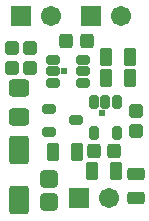
<source format=gts>
G04 Layer_Color=8388736*
%FSLAX44Y44*%
%MOMM*%
G71*
G01*
G75*
G04:AMPARAMS|DCode=27|XSize=1.5032mm|YSize=1.0032mm|CornerRadius=0.2016mm|HoleSize=0mm|Usage=FLASHONLY|Rotation=90.000|XOffset=0mm|YOffset=0mm|HoleType=Round|Shape=RoundedRectangle|*
%AMROUNDEDRECTD27*
21,1,1.5032,0.6000,0,0,90.0*
21,1,1.1000,1.0032,0,0,90.0*
1,1,0.4032,0.3000,0.5500*
1,1,0.4032,0.3000,-0.5500*
1,1,0.4032,-0.3000,-0.5500*
1,1,0.4032,-0.3000,0.5500*
%
%ADD27ROUNDEDRECTD27*%
G04:AMPARAMS|DCode=28|XSize=0.8032mm|YSize=1.2032mm|CornerRadius=0.1766mm|HoleSize=0mm|Usage=FLASHONLY|Rotation=270.000|XOffset=0mm|YOffset=0mm|HoleType=Round|Shape=RoundedRectangle|*
%AMROUNDEDRECTD28*
21,1,0.8032,0.8500,0,0,270.0*
21,1,0.4500,1.2032,0,0,270.0*
1,1,0.3532,-0.4250,-0.2250*
1,1,0.3532,-0.4250,0.2250*
1,1,0.3532,0.4250,0.2250*
1,1,0.3532,0.4250,-0.2250*
%
%ADD28ROUNDEDRECTD28*%
G04:AMPARAMS|DCode=29|XSize=1.4732mm|YSize=1.4732mm|CornerRadius=0.2604mm|HoleSize=0mm|Usage=FLASHONLY|Rotation=90.000|XOffset=0mm|YOffset=0mm|HoleType=Round|Shape=RoundedRectangle|*
%AMROUNDEDRECTD29*
21,1,1.4732,0.9525,0,0,90.0*
21,1,0.9525,1.4732,0,0,90.0*
1,1,0.5207,0.4763,0.4763*
1,1,0.5207,0.4763,-0.4763*
1,1,0.5207,-0.4763,-0.4763*
1,1,0.5207,-0.4763,0.4763*
%
%ADD29ROUNDEDRECTD29*%
G04:AMPARAMS|DCode=30|XSize=1.2032mm|YSize=1.1032mm|CornerRadius=0.2141mm|HoleSize=0mm|Usage=FLASHONLY|Rotation=90.000|XOffset=0mm|YOffset=0mm|HoleType=Round|Shape=RoundedRectangle|*
%AMROUNDEDRECTD30*
21,1,1.2032,0.6750,0,0,90.0*
21,1,0.7750,1.1032,0,0,90.0*
1,1,0.4282,0.3375,0.3875*
1,1,0.4282,0.3375,-0.3875*
1,1,0.4282,-0.3375,-0.3875*
1,1,0.4282,-0.3375,0.3875*
%
%ADD30ROUNDEDRECTD30*%
G04:AMPARAMS|DCode=31|XSize=1.2032mm|YSize=1.1032mm|CornerRadius=0.2141mm|HoleSize=0mm|Usage=FLASHONLY|Rotation=0.000|XOffset=0mm|YOffset=0mm|HoleType=Round|Shape=RoundedRectangle|*
%AMROUNDEDRECTD31*
21,1,1.2032,0.6750,0,0,0.0*
21,1,0.7750,1.1032,0,0,0.0*
1,1,0.4282,0.3875,-0.3375*
1,1,0.4282,-0.3875,-0.3375*
1,1,0.4282,-0.3875,0.3375*
1,1,0.4282,0.3875,0.3375*
%
%ADD31ROUNDEDRECTD31*%
G04:AMPARAMS|DCode=32|XSize=0.8032mm|YSize=1.2032mm|CornerRadius=0.1766mm|HoleSize=0mm|Usage=FLASHONLY|Rotation=180.000|XOffset=0mm|YOffset=0mm|HoleType=Round|Shape=RoundedRectangle|*
%AMROUNDEDRECTD32*
21,1,0.8032,0.8500,0,0,180.0*
21,1,0.4500,1.2032,0,0,180.0*
1,1,0.3532,-0.2250,0.4250*
1,1,0.3532,0.2250,0.4250*
1,1,0.3532,0.2250,-0.4250*
1,1,0.3532,-0.2250,-0.4250*
%
%ADD32ROUNDEDRECTD32*%
G04:AMPARAMS|DCode=33|XSize=1.5032mm|YSize=1.0032mm|CornerRadius=0.2016mm|HoleSize=0mm|Usage=FLASHONLY|Rotation=0.000|XOffset=0mm|YOffset=0mm|HoleType=Round|Shape=RoundedRectangle|*
%AMROUNDEDRECTD33*
21,1,1.5032,0.6000,0,0,0.0*
21,1,1.1000,1.0032,0,0,0.0*
1,1,0.4032,0.5500,-0.3000*
1,1,0.4032,-0.5500,-0.3000*
1,1,0.4032,-0.5500,0.3000*
1,1,0.4032,0.5500,0.3000*
%
%ADD33ROUNDEDRECTD33*%
G04:AMPARAMS|DCode=34|XSize=1.6532mm|YSize=1.4532mm|CornerRadius=0.2266mm|HoleSize=0mm|Usage=FLASHONLY|Rotation=180.000|XOffset=0mm|YOffset=0mm|HoleType=Round|Shape=RoundedRectangle|*
%AMROUNDEDRECTD34*
21,1,1.6532,1.0000,0,0,180.0*
21,1,1.2000,1.4532,0,0,180.0*
1,1,0.4532,-0.6000,0.5000*
1,1,0.4532,0.6000,0.5000*
1,1,0.4532,0.6000,-0.5000*
1,1,0.4532,-0.6000,-0.5000*
%
%ADD34ROUNDEDRECTD34*%
G04:AMPARAMS|DCode=35|XSize=2.4032mm|YSize=1.7032mm|CornerRadius=0.2891mm|HoleSize=0mm|Usage=FLASHONLY|Rotation=90.000|XOffset=0mm|YOffset=0mm|HoleType=Round|Shape=RoundedRectangle|*
%AMROUNDEDRECTD35*
21,1,2.4032,1.1250,0,0,90.0*
21,1,1.8250,1.7032,0,0,90.0*
1,1,0.5782,0.5625,0.9125*
1,1,0.5782,0.5625,-0.9125*
1,1,0.5782,-0.5625,-0.9125*
1,1,0.5782,-0.5625,0.9125*
%
%ADD35ROUNDEDRECTD35*%
%ADD36R,1.7032X1.7032*%
%ADD37C,1.7032*%
%ADD38C,0.6032*%
D27*
X838000Y584250D02*
D03*
X818000D02*
D03*
X849500Y681000D02*
D03*
X829500D02*
D03*
X849500Y662750D02*
D03*
X829500D02*
D03*
X804750Y600000D02*
D03*
X784750D02*
D03*
D28*
X804000Y627000D02*
D03*
X781000Y617500D02*
D03*
Y636500D02*
D03*
X810250Y668500D02*
D03*
Y659000D02*
D03*
X784250Y678000D02*
D03*
Y668500D02*
D03*
Y659000D02*
D03*
X810250Y678000D02*
D03*
D29*
X781500Y577025D02*
D03*
Y557975D02*
D03*
D30*
X819500Y601000D02*
D03*
X836500D02*
D03*
X813000Y694000D02*
D03*
X796000D02*
D03*
D31*
X765250Y688500D02*
D03*
Y671500D02*
D03*
X750000Y688500D02*
D03*
Y671500D02*
D03*
X855000Y635000D02*
D03*
Y618000D02*
D03*
D32*
X838500Y616500D02*
D03*
X819500Y642500D02*
D03*
X829000D02*
D03*
X838500D02*
D03*
X819500Y616500D02*
D03*
D33*
X854750Y561250D02*
D03*
Y581250D02*
D03*
D34*
X756000Y629750D02*
D03*
Y654750D02*
D03*
D35*
Y601500D02*
D03*
Y559500D02*
D03*
D36*
X817000Y715750D02*
D03*
X757750D02*
D03*
X806250Y561250D02*
D03*
D37*
X842400Y715750D02*
D03*
X783150D02*
D03*
X831650Y561250D02*
D03*
D38*
X794000Y668500D02*
D03*
X826000Y633000D02*
D03*
M02*

</source>
